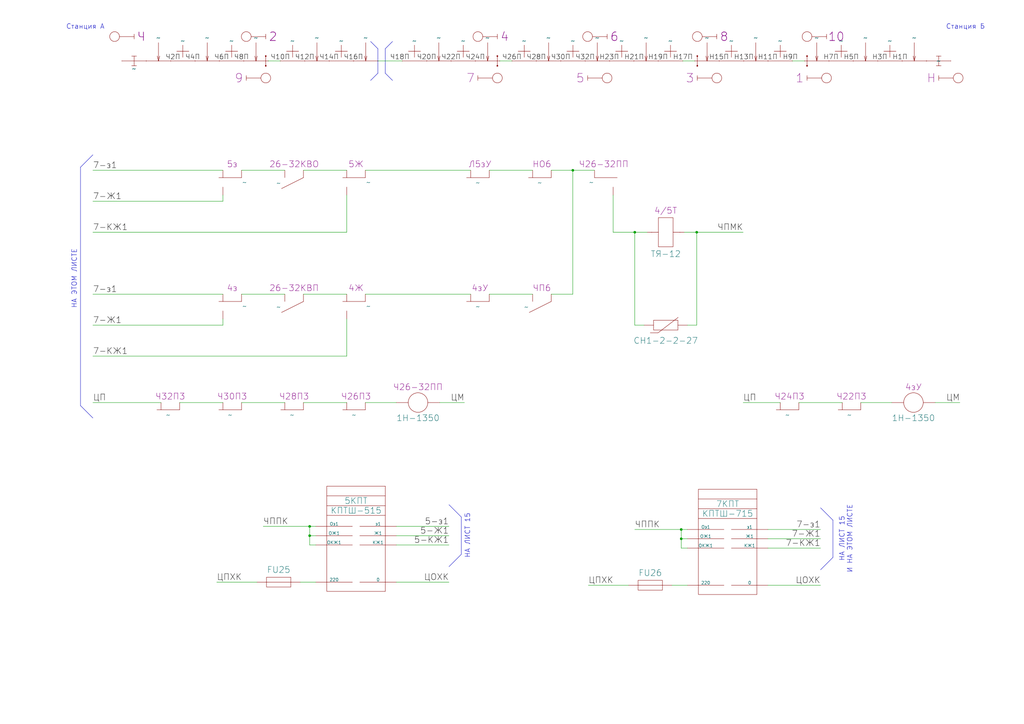
<source format=kicad_sch>
(kicad_sch (version 20231120) (generator "eeschema") (generator_version "8.0")
  (paper "A3")
  (title_block (title "Станция А") (company "МКТ РУТ (МИИТ)") (comment 1 "КП 27.02.03.03.000 ГЧ") (comment 2 "Сафранович") (comment 3 "Бузунова"))
  (lib_symbols
    (symbol "Blocks:КПТШ" (pin_numbers hide) (pin_names (offset 0))
      (property "Reference" "КПТ" (at 0 10.51 0))
      (property "Value" "КПТШ" (at 0 6.51 0))
      (symbol "КПТШ_0_1"
        (rectangle (start -12 16.51) (end 12 -26.67))
        (polyline (pts (xy 12 4.51) (xy -12 4.51)))
        (polyline (pts (xy 12 8.51) (xy -12 8.51)))
        (polyline (pts (xy 12 12.51) (xy -12 12.51)))
      )
      (symbol "КПТШ_1_1"
        (pin bidirectional line (at -16.51 0 0) (length 15) (name "Оз1") (number "11"))
        (pin bidirectional line (at -16.51 -3.81 0) (length 15) (name "ОЖ1") (number "12"))
        (pin bidirectional line (at -16.51 -7.62 0) (length 15) (name "ОКЖ1") (number "13"))
        (pin bidirectional line (at -16.51 -22.86 0) (length 15) (name "220") (number "14"))
        (pin bidirectional line (at 16.51 0 180) (length 15) (name "з1") (number "21"))
        (pin bidirectional line (at 16.51 -3.81 180) (length 15) (name "Ж1") (number "22"))
        (pin bidirectional line (at 16.51 -7.62 180) (length 15) (name "КЖ1") (number "23"))
        (pin bidirectional line (at 16.51 -22.86 180) (length 15) (name "0") (number "24"))
      )
    )
    (symbol "Device_GOST:FU_FUSE" (pin_numbers hide) (pin_names (offset 0) hide)
      (property "Reference" "FU" (at 0 3.81 0))
      (property "Value" "FU_FUSE" (at 0 -3.81 0))
      (symbol "FU_FUSE_0_1"
        (rectangle (start -5.0038 2.0066) (end 5.0038 -2.0066))
        (polyline (pts (xy -5.0038 0) (xy 5.0038 0)))
      )
      (symbol "FU_FUSE_1_1"
        (pin passive line (at -8.89 0 0) (length 3.8862) (name "~") (number "1"))
        (pin passive line (at 8.89 0 180) (length 3.8862) (name "~") (number "2"))
      )
    )
    (symbol "SCB:Изостык" (pin_numbers hide) (pin_names (offset 0) hide)
      (symbol "Изостык_0_1"
        (polyline (pts (xy -1 -2) (xy 1 -2)))
        (polyline (pts (xy 0 -2) (xy 0 2)))
        (polyline (pts (xy 1 2) (xy -1 2)))
      )
      (symbol "Изостык_1_1"
        (unit_name "Одиночный")
        (pin unspecified line (at 0 0 90) (length 0) (name "привязка") (number ""))
      )
      (symbol "Изостык_2_1"
        (unit_name "Со светофором")
        (polyline (pts (xy -5 0) (xy 5 0)))
        (pin unspecified line (at 5 0 180) (length 0) (name "") (number ""))
        (pin unspecified line (at -5 0 0) (length 0) (name "привязка") (number ""))
      )
    )
    (symbol "SCB:Светофор" (pin_numbers hide) (pin_names (offset 0) hide)
      (property "Литера" "?" (at 3 0 0))
      (symbol "Светофор_0_1"
        (circle (center -8 0) (radius 2))
        (polyline (pts (xy 0 -1) (xy 0 1)))
        (polyline (pts (xy 0 0) (xy -6 0)))
      )
    )
    (symbol "SCB:УКСПС" (pin_numbers hide) (pin_names (offset 0) hide)
      (property "Литера" "?УКСПС" (at 0 6 0))
      (symbol "УКСПС_0_1"
        (polyline (pts (xy 0 -2) (xy 0 2)))
      )
      (symbol "УКСПС_1_1"
        (unit_name "Без направления")
        (circle (center 0 -2) (radius 0.25) (fill (type outline)))
        (circle (center 0 2) (radius 0.25) (fill (type outline)))
        (pin unspecified line (at 0 0 90) (length 0) (name "привязка") (number ""))
      )
      (symbol "УКСПС_2_1"
        (unit_name "С направлением")
        (circle (center 0 -2) (radius 0.25) (fill (type outline)))
        (polyline (pts (xy -1.5 2.5) (xy -5.5 2.5)))
        (polyline (pts (xy -5.5 2.5) (xy -4 3) (xy -4 2) (xy -5.5 2.5)) (fill (type outline)))
        (circle (center 0 2) (radius 0.25) (fill (type outline)))
        (pin unspecified line (at 0 0 90) (length 0) (name "привязка") (number ""))
      )
    )
    (symbol "SCB_Relay:Выравниватель" (pin_numbers hide) (pin_names (offset 0) hide)
      (property "Reference" "R" (at 0 3.81 0))
      (property "Value" "ВОЦН" (at 0 -5.715 0))
      (symbol "Выравниватель_0_1"
        (rectangle (start -5.0038 2.0066) (end 5.0038 -2.0066))
        (polyline (pts (xy -6.35 -3.175) (xy -3.175 -3.175) (xy 5.08 3.175)))
      )
      (symbol "Выравниватель_1_1"
        (pin passive line (at -8.89 0 0) (length 3.8862) (name "~") (number "1"))
        (pin passive line (at 8.89 0 180) (length 3.8862) (name "~") (number "2"))
      )
    )
    (symbol "SCB_Relay:Кодовое" (pin_numbers hide) (pin_names (offset 0.002) hide)
      (property "Value" "КДРШ" (at 0 -8.89 0))
      (property "Обозначение реле" "К" (at 0 8.89 0))
      (symbol "Кодовое_0_1"
        (rectangle (start -3 6) (end 3 -6))
      )
      (symbol "Кодовое_1_1"
        (unit_name "Общее")
        (polyline (pts (xy -3 0) (xy -6 0)))
        (polyline (pts (xy 3 0) (xy 6 0)))
        (pin power_in line (at -7.62 0 0) (length 2) (name "") (number "1"))
        (pin power_in line (at 7.62 0 180) (length 2) (name "") (number "4"))
      )
      (symbol "Кодовое_2_1"
        (unit_name "С остаточным намагничиванием")
        (rectangle (start -3 -6) (end 3 -12))
        (polyline (pts (xy -2 -11) (xy -1 -11) (xy 1.5 -7) (xy 2.5 -7)))
        (pin power_in line (at -8 0 0) (length 5) (name "") (number "1"))
        (pin power_in line (at 8 0 180) (length 5) (name "") (number "4"))
      )
      (symbol "Кодовое_3_1"
        (unit_name "С замедлением на срабатывание")
        (rectangle (start -3 -6) (end 3 -12))
        (polyline (pts (xy -3 -6) (xy 3 -12)))
        (polyline (pts (xy 3 -6) (xy -3 -12)))
        (pin power_in line (at -8 0 0) (length 5) (name "") (number "1"))
        (pin power_in line (at 8 0 180) (length 5) (name "") (number "4"))
      )
      (symbol "Кодовое_4_1"
        (unit_name "С замедлением на отпускание")
        (rectangle (start -3 -6) (end 3 -12))
        (polyline (pts (xy 3 -6) (xy -3 -12)))
        (pin power_in line (at -8 0 0) (length 5) (name "") (number "1"))
        (pin power_in line (at 8 0 180) (length 5) (name "") (number "4"))
      )
      (symbol "Кодовое_5_1"
        (unit_name "С замеделением на срабатывание и отпускание")
        (rectangle (start -3 -6) (end 3 -12))
        (polyline (pts (xy -2 -10) (xy -2 -8)))
        (polyline (pts (xy -2 -9) (xy 2 -9)))
        (polyline (pts (xy 2 -10) (xy 2 -8)))
        (pin power_in line (at -8 0 0) (length 5) (name "") (number "1"))
        (pin power_in line (at 8 0 180) (length 5) (name "") (number "4"))
      )
    )
    (symbol "SCB_Relay:Контакт_нейтрального_якоря" (pin_numbers hide) (pin_names hide)
      (property "Обозначение реле" "Н" (at 0 2.54 0))
      (symbol "Контакт_нейтрального_якоря_0_1"
        (polyline (pts (xy -3.81 -3) (xy 5.19 -7.5)))
        (pin bidirectional line (at -3.81 0 270) (length 3) (name "") (number "1"))
      )
      (symbol "Контакт_нейтрального_якоря_1_1"
        (unit_name "Фронтовой-Тыловой")
        (pin bidirectional line (at 3.81 0 270) (length 3) (name "") (number "2"))
        (pin bidirectional line (at 3.81 -10.16 90) (length 3.3) (name "") (number "3"))
      )
      (symbol "Контакт_нейтрального_якоря_2_1"
        (unit_name "Тыловой")
        (pin bidirectional line (at 3.81 -10.16 90) (length 3.3) (name "") (number "3"))
      )
      (symbol "Контакт_нейтрального_якоря_3_1"
        (unit_name "Фронтовой")
        (pin bidirectional line (at 3.81 0 270) (length 3) (name "") (number "2"))
      )
      (symbol "Контакт_нейтрального_якоря_4_1"
        (unit_name "Усиленный перелючающий")
        (polyline (pts (xy 3.81 -10.16) (xy 7.62 -10.16)))
        (polyline (pts (xy 3.81 -8.89) (xy 5.715 -10.16)))
        (polyline (pts (xy 3.81 -6.858) (xy 3.81 -10.16)))
        (polyline (pts (xy 3.81 -1.27) (xy 5.715 0)))
        (polyline (pts (xy 3.81 0) (xy 3.81 -3)))
        (polyline (pts (xy 3.81 0) (xy 7.62 0)))
        (pin bidirectional line (at -3.81 0 270) (length 3) (name "") (number "1"))
        (pin bidirectional line (at 8.89 0 180) (length 2) (name "") (number "2"))
        (pin bidirectional line (at 8.89 -10.16 180) (length 2) (name "") (number "3"))
      )
      (symbol "Контакт_нейтрального_якоря_5_1"
        (unit_name "Усиленный замыкающий")
        (polyline (pts (xy 3.81 -1.27) (xy 5.715 0)))
        (polyline (pts (xy 3.81 0) (xy 3.81 -3)))
        (polyline (pts (xy 3.81 0) (xy 7.62 0)))
        (pin bidirectional line (at 8.89 0 180) (length 2) (name "") (number "2"))
      )
      (symbol "Контакт_нейтрального_якоря_6_1"
        (unit_name "Усиленный размыкающий")
        (polyline (pts (xy 3.81 -8.89) (xy 5.715 -10.16)))
        (polyline (pts (xy 3.81 -6.858) (xy 3.81 -10.16) (xy 6.985 -10.16)))
        (pin bidirectional line (at 8.89 -10.16 180) (length 2) (name "") (number "3"))
      )
      (symbol "Контакт_нейтрального_якоря_7_1"
        (unit_name "С магнитным гашением")
        (polyline (pts (xy 11.43 0) (xy 3.81 0) (xy 3.81 -3)))
        (polyline (pts (xy 3.81 0) (xy 5.5 1) (xy 8.5 -1) (xy 10 0)))
        (pin bidirectional line (at 12.7 0 180) (length 2) (name "") (number "2"))
        (pin bidirectional line (at 3.81 -10.16 90) (length 3.3) (name "") (number "3"))
      )
      (symbol "Контакт_нейтрального_якоря_8_1"
        (unit_name "С безобрывным переключением")
        (arc (start 5.5 -7.5) (mid 6.5355 -5) (end 5.5 -2.5))
        (pin bidirectional line (at 3.81 0 270) (length 3) (name "") (number "2"))
        (pin bidirectional line (at 3.81 -10.16 90) (length 3.3) (name "") (number "3"))
      )
      (symbol "Контакт_нейтрального_якоря_9_1"
        (unit_name "Фронтовой-тыловой термолемента")
        (polyline (pts (xy -3.5 -4.5) (xy -2.5 -5) (xy -2.25 -4.5)))
        (polyline (pts (xy 1.25 -6.5) (xy 1 -7) (xy 2 -7.5)))
        (arc (start 1.25 -6.5) (mid 0.5225 -3.7106) (end -2.25 -4.5))
        (pin bidirectional line (at 3.81 0 270) (length 3) (name "") (number "2"))
        (pin bidirectional line (at 3.81 -10.16 90) (length 3.3) (name "") (number "3"))
      )
      (symbol "Контакт_нейтрального_якоря_10_1"
        (unit_name "Тыловой термолемента")
        (polyline (pts (xy -3.5 -4.5) (xy -2.5 -5) (xy -2.25 -4.5)))
        (polyline (pts (xy 1.25 -6.5) (xy 1 -7) (xy 2 -7.5)))
        (arc (start 1.25 -6.5) (mid 0.5225 -3.7106) (end -2.25 -4.5))
        (pin bidirectional line (at 3.81 -10.16 90) (length 3.3) (name "") (number "3"))
      )
      (symbol "Контакт_нейтрального_якоря_11_1"
        (unit_name "Фронтовой термолемента")
        (polyline (pts (xy -3.5 -4.5) (xy -2.5 -5) (xy -2.25 -4.5)))
        (polyline (pts (xy 1.25 -6.5) (xy 1 -7) (xy 2 -7.5)))
        (arc (start 1.25 -6.5) (mid 0.5225 -3.7106) (end -2.25 -4.5))
        (pin bidirectional line (at 3.81 0 270) (length 3) (name "") (number "2"))
      )
    )
    (symbol "SCB_Relay:Контакт_нейтрального_якоря_НЗ" (pin_numbers hide) (pin_names hide)
      (property "Обозначение реле" "Н" (at 0 2.54 0))
      (symbol "Контакт_нейтрального_якоря_НЗ_0_1"
        (polyline (pts (xy -3.81 -3) (xy 5.5 -3)))
        (pin bidirectional line (at -3.81 0 270) (length 3) (name "") (number "1"))
      )
      (symbol "Контакт_нейтрального_якоря_НЗ_1_1"
        (unit_name "Фронтовой-Тыловой")
        (pin bidirectional line (at 3.81 0 270) (length 3) (name "") (number "2"))
        (pin bidirectional line (at 3.81 -10.16 90) (length 3.3) (name "") (number "3"))
      )
      (symbol "Контакт_нейтрального_якоря_НЗ_2_1"
        (unit_name "Тыловой")
        (pin bidirectional line (at 3.81 -10.16 90) (length 3.3) (name "") (number "3"))
      )
      (symbol "Контакт_нейтрального_якоря_НЗ_3_1"
        (unit_name "Фронтовой")
        (pin bidirectional line (at 3.81 0 270) (length 3) (name "") (number "2"))
      )
      (symbol "Контакт_нейтрального_якоря_НЗ_4_1"
        (unit_name "Усиленный перелючающий")
        (polyline (pts (xy 3.81 -10.16) (xy 7.62 -10.16)))
        (polyline (pts (xy 3.81 -8.89) (xy 5.715 -10.16)))
        (polyline (pts (xy 3.81 -6.858) (xy 3.81 -10.16)))
        (polyline (pts (xy 3.81 -1.27) (xy 5.715 0)))
        (polyline (pts (xy 3.81 0) (xy 3.81 -3)))
        (polyline (pts (xy 3.81 0) (xy 7.62 0)))
        (pin bidirectional line (at -3.81 0 270) (length 3) (name "") (number "1"))
        (pin bidirectional line (at 8.89 0 180) (length 2) (name "") (number "2"))
        (pin bidirectional line (at 8.89 -10.16 180) (length 2) (name "") (number "3"))
      )
      (symbol "Контакт_нейтрального_якоря_НЗ_5_1"
        (unit_name "Усиленный замыкающий")
        (polyline (pts (xy 3.81 -1.27) (xy 5.715 0)))
        (polyline (pts (xy 3.81 0) (xy 3.81 -3)))
        (polyline (pts (xy 3.81 0) (xy 7.62 0)))
        (pin bidirectional line (at 8.89 0 180) (length 2) (name "") (number "2"))
      )
      (symbol "Контакт_нейтрального_якоря_НЗ_6_1"
        (unit_name "Усиленный размыкающий")
        (polyline (pts (xy 3.81 -8.89) (xy 5.715 -10.16)))
        (polyline (pts (xy 3.81 -6.858) (xy 3.81 -10.16) (xy 6.985 -10.16)))
        (pin bidirectional line (at 8.89 -10.16 180) (length 2) (name "") (number "3"))
      )
      (symbol "Контакт_нейтрального_якоря_НЗ_7_1"
        (unit_name "С магнитным гашением")
        (polyline (pts (xy 11.43 0) (xy 3.81 0) (xy 3.81 -3)))
        (polyline (pts (xy 3.81 0) (xy 5.5 1) (xy 8.5 -1) (xy 10 0)))
        (pin bidirectional line (at 12.7 0 180) (length 2) (name "") (number "2"))
        (pin bidirectional line (at 3.81 -10.16 90) (length 3.3) (name "") (number "3"))
      )
      (symbol "Контакт_нейтрального_якоря_НЗ_8_1"
        (unit_name "С безобрывным переключением")
        (arc (start 5.5 -7.5) (mid 6.5355 -5) (end 5.5 -2.5))
        (pin bidirectional line (at 3.81 0 270) (length 3) (name "") (number "2"))
        (pin bidirectional line (at 3.81 -10.16 90) (length 3.3) (name "") (number "3"))
      )
    )
    (symbol "SCB_Relay:Нейтральное" (pin_numbers hide) (pin_names (offset 0.002) hide)
      (property "Value" "НМШ" (at 0 -6.35 0))
      (property "Обозначение реле" "Н" (at 0 6.35 0))
      (symbol "Нейтральное_0_1"
        (circle (center 0 0) (radius 4))
      )
      (symbol "Нейтральное_1_1"
        (unit_name "Общее")
        (pin power_in line (at -8.89 0 0) (length 4.8) (name "") (number "1"))
        (pin power_in line (at 8.89 0 180) (length 4.8) (name "") (number "4"))
      )
      (symbol "Нейтральное_2_1"
        (unit_name "С раздельными")
        (pin power_in line (at -8.89 0 0) (length 4.8) (name "") (number "1"))
        (pin power_in line (at -8.89 -1.905 0) (length 5.3) (name "") (number "2"))
        (pin power_in line (at 8.89 0 180) (length 4.8) (name "") (number "3"))
        (pin power_in line (at 8.89 -1.905 180) (length 5.3) (name "") (number "4"))
      )
    )
    (symbol "SCB_АБТЦ:Генератор_Нитки"
      (symbol "Генератор_Нитки_0_1"
        (polyline (pts (xy 0 0) (xy -0.5 -2)))
        (polyline (pts (xy 0 0) (xy 0 -7.5)))
        (polyline (pts (xy 0 0) (xy 0.5 -2)))
        (polyline (pts (xy 5 0) (xy -5 0)))
      )
      (symbol "Генератор_Нитки_1_1"
        (pin unspecified line (at -5 0 0) (length 0) (name "") (number ""))
        (pin unspecified line (at 5 0 180) (length 0) (name "") (number ""))
      )
    )
    (symbol "SCB_АБТЦ:Приемник_Нитки"
      (symbol "Приемник_Нитки_0_1"
        (polyline (pts (xy -5 0) (xy 5 0)))
        (polyline (pts (xy 0 -1.5) (xy 0 -6.5)))
        (polyline (pts (xy 2.5 -4) (xy -2.5 -4)))
      )
      (symbol "Приемник_Нитки_1_1"
        (pin unspecified line (at -5 0 0) (length 0) (name "") (number ""))
        (pin unspecified line (at 5 0 180) (length 0) (name "") (number ""))
      )
    )
  )
  (junction (at 285.75 95.25))
  (junction (at 260.35 95.25))
  (junction (at 127 215.9))
  (junction (at 279.4 220.98))
  (junction (at 234.95 69.85))
  (junction (at 279.4 217.17))
  (junction (at 127 219.71))
  (wire (pts (xy 38.1 146.05) (xy 142.24 146.05)))
  (wire (pts (xy 88.9 238.76) (xy 105.41 238.76)))
  (wire (pts (xy 127 219.71) (xy 129.54 219.71)))
  (wire (pts (xy 162.56 223.52) (xy 184.15 223.52)))
  (wire (pts (xy 275.59 240.03) (xy 281.94 240.03)))
  (wire (pts (xy 251.46 95.25) (xy 251.46 80.01)))
  (polyline (pts (xy 152 33) (xy 155 30)))
  (wire (pts (xy 162.56 215.9) (xy 184.15 215.9)))
  (wire (pts (xy 205 25) (xy 210 25)))
  (wire (pts (xy 304.8 165.1) (xy 320.04 165.1)))
  (wire (pts (xy 314.96 240.03) (xy 336.55 240.03)))
  (wire (pts (xy 327.66 165.1) (xy 345.44 165.1)))
  (wire (pts (xy 260.35 95.25) (xy 265.43 95.25)))
  (polyline (pts (xy 158 20) (xy 158 30)))
  (polyline (pts (xy 161 17) (xy 158 20)))
  (wire (pts (xy 38.1 82.55) (xy 91.44 82.55)))
  (polyline (pts (xy 336.55 233.68) (xy 341.63 228.6)))
  (wire (pts (xy 234.95 69.85) (xy 234.95 120.65)))
  (wire (pts (xy 264.16 133.35) (xy 260.35 133.35)))
  (wire (pts (xy 279.4 220.98) (xy 281.94 220.98)))
  (wire (pts (xy 285.75 95.25) (xy 304.8 95.25)))
  (wire (pts (xy 38.1 120.65) (xy 91.44 120.65)))
  (wire (pts (xy 149.86 165.1) (xy 162.56 165.1)))
  (wire (pts (xy 110 25) (xy 115 25)))
  (wire (pts (xy 142.24 130.81) (xy 142.24 146.05)))
  (wire (pts (xy 149.86 120.65) (xy 193.04 120.65)))
  (wire (pts (xy 279.4 217.17) (xy 281.94 217.17)))
  (wire (pts (xy 260.35 133.35) (xy 260.35 95.25)))
  (wire (pts (xy 155 25) (xy 165 25)))
  (polyline (pts (xy 341.63 213.36) (xy 336.55 208.28)))
  (wire (pts (xy 251.46 95.25) (xy 260.35 95.25)))
  (wire (pts (xy 260.35 217.17) (xy 279.4 217.17)))
  (wire (pts (xy 226.06 120.65) (xy 234.95 120.65)))
  (wire (pts (xy 38.1 69.85) (xy 91.44 69.85)))
  (polyline (pts (xy 158 30) (xy 161 33)))
  (wire (pts (xy 91.44 130.81) (xy 91.44 133.35)))
  (polyline (pts (xy 152 17) (xy 155 20)))
  (wire (pts (xy 107.95 215.9) (xy 127 215.9)))
  (wire (pts (xy 241.3 240.03) (xy 257.81 240.03)))
  (wire (pts (xy 124.46 165.1) (xy 142.24 165.1)))
  (wire (pts (xy 234.95 69.85) (xy 243.84 69.85)))
  (wire (pts (xy 123.19 238.76) (xy 129.54 238.76)))
  (wire (pts (xy 279.4 224.79) (xy 279.4 220.98)))
  (wire (pts (xy 314.96 224.79) (xy 336.55 224.79)))
  (wire (pts (xy 279.4 220.98) (xy 279.4 217.17)))
  (wire (pts (xy 38.1 133.35) (xy 91.44 133.35)))
  (wire (pts (xy 393.7 165.1) (xy 383.54 165.1)))
  (wire (pts (xy 38.1 165.1) (xy 66.04 165.1)))
  (wire (pts (xy 73.66 165.1) (xy 91.44 165.1)))
  (wire (pts (xy 226.06 69.85) (xy 234.95 69.85)))
  (wire (pts (xy 325 25) (xy 330 25)))
  (polyline (pts (xy 189.23 212.09) (xy 184.15 207.01)))
  (wire (pts (xy 353.06 165.1) (xy 365.76 165.1)))
  (wire (pts (xy 127 223.52) (xy 127 219.71)))
  (wire (pts (xy 142.24 80.01) (xy 142.24 95.25)))
  (wire (pts (xy 38.1 95.25) (xy 142.24 95.25)))
  (wire (pts (xy 127 219.71) (xy 127 215.9)))
  (wire (pts (xy 99.06 69.85) (xy 116.84 69.85)))
  (polyline (pts (xy 38.1 171.45) (xy 33.02 166.37)))
  (wire (pts (xy 162.56 219.71) (xy 184.15 219.71)))
  (wire (pts (xy 124.46 120.65) (xy 142.24 120.65)))
  (wire (pts (xy 281.94 133.35) (xy 285.75 133.35)))
  (wire (pts (xy 281.94 224.79) (xy 279.4 224.79)))
  (wire (pts (xy 200.66 69.85) (xy 218.44 69.85)))
  (wire (pts (xy 99.06 120.65) (xy 116.84 120.65)))
  (polyline (pts (xy 33.02 68.58) (xy 38.1 63.5)))
  (wire (pts (xy 91.44 80.01) (xy 91.44 82.55)))
  (polyline (pts (xy 33.02 166.37) (xy 33.02 68.58)))
  (polyline (pts (xy 184.15 232.41) (xy 189.23 227.33)))
  (wire (pts (xy 285.75 133.35) (xy 285.75 95.25)))
  (wire (pts (xy 129.54 223.52) (xy 127 223.52)))
  (wire (pts (xy 124.46 69.85) (xy 142.24 69.85)))
  (wire (pts (xy 285.75 95.25) (xy 280.67 95.25)))
  (wire (pts (xy 200.66 120.65) (xy 218.44 120.65)))
  (wire (pts (xy 149.86 69.85) (xy 193.04 69.85)))
  (wire (pts (xy 314.96 217.17) (xy 336.55 217.17)))
  (polyline (pts (xy 341.63 228.6) (xy 341.63 213.36)))
  (wire (pts (xy 314.96 220.98) (xy 336.55 220.98)))
  (wire (pts (xy 190.5 165.1) (xy 180.34 165.1)))
  (polyline (pts (xy 155 20) (xy 155 30)))
  (polyline (pts (xy 189.23 227.33) (xy 189.23 212.09)))
  (wire (pts (xy 162.56 238.76) (xy 184.15 238.76)))
  (wire (pts (xy 280 25) (xy 285 25)))
  (wire (pts (xy 99.06 165.1) (xy 116.84 165.1)))
  (wire (pts (xy 127 215.9) (xy 129.54 215.9)))
  (text "НА ЛИСТ 15" (at 191.77 219.71 90) (effects (font (size 2 2))))
  (text "НА ЛИСТ 15\nИ НА ЭТОМ ЛИСТЕ" (at 344.17 220.98 90) (effects (font (size 2 2)) (justify top)))
  (text "НА ЭТОМ ЛИСТЕ" (at 30.48 114.3 90) (effects (font (size 2 2))))
  (text "Станция Б" (at 396 11 0) (effects (font (size 2 2))))
  (text "Станция А" (at 35 11 0) (effects (font (size 2 2))))
  (label "ЦП" (at 38.1 165.1 0) (effects (font (size 2.5 2.5))) (property "Netclass" "Цепь" (effects (hide yes))))
  (label "7-з1" (at 38.1 120.65 0) (effects (font (size 2.5 2.5))) (property "Netclass" "Цепь" (effects (hide yes))))
  (label "ЦМ" (at 190.5 165.1 180) (effects (font (size 2.5 2.5))) (property "Netclass" "Цепь" (effects (hide yes))))
  (label "Н9П" (at 321 25 0) (effects (font (size 2 2))) (property "Netclass" "Рельсы" (effects (hide yes))))
  (label "Н21П" (at 256 25 0) (effects (font (size 2 2))) (property "Netclass" "Рельсы" (effects (hide yes))))
  (label "Н11П" (at 319 25 180) (effects (font (size 2 2))) (property "Netclass" "Рельсы" (effects (hide yes))))
  (label "Н19П" (at 274 25 180) (effects (font (size 2 2))) (property "Netclass" "Рельсы" (effects (hide yes))))
  (label "7-Ж1" (at 336.55 220.98 180) (effects (font (size 2.5 2.5))) (property "Netclass" "Цепь" (effects (hide yes))))
  (label "Ч12П" (at 121 25 0) (effects (font (size 2 2))) (property "Netclass" "Рельсы" (effects (hide yes))))
  (label "Ч14П" (at 139 25 180) (effects (font (size 2 2))) (property "Netclass" "Рельсы" (effects (hide yes))))
  (label "7-КЖ1" (at 38.1 146.05 0) (effects (font (size 2.5 2.5))) (property "Netclass" "Цепь" (effects (hide yes))))
  (label "Н1П" (at 366 25 0) (effects (font (size 2 2))) (property "Netclass" "Рельсы" (effects (hide yes))))
  (label "Ч6П" (at 94 25 180) (effects (font (size 2 2))) (property "Netclass" "Рельсы" (effects (hide yes))))
  (label "Ч10П" (at 119 25 180) (effects (font (size 2 2))) (property "Netclass" "Рельсы" (effects (hide yes))))
  (label "Ч18П" (at 168 25 180) (effects (font (size 2 2))) (property "Netclass" "Рельсы" (effects (hide yes))))
  (label "Ч30П" (at 234 25 180) (effects (font (size 2 2))) (property "Netclass" "Рельсы" (effects (hide yes))))
  (label "Ч8П" (at 96 25 0) (effects (font (size 2 2))) (property "Netclass" "Рельсы" (effects (hide yes))))
  (label "Ч26П" (at 214 25 180) (effects (font (size 2 2))) (property "Netclass" "Рельсы" (effects (hide yes))))
  (label "ЦПХК" (at 88.9 238.76 0) (effects (font (size 2.5 2.5))) (property "Netclass" "Цепь" (effects (hide yes))))
  (label "Ч16П" (at 141 25 0) (effects (font (size 2 2))) (property "Netclass" "Рельсы" (effects (hide yes))))
  (label "5-КЖ1" (at 184.15 223.52 180) (effects (font (size 2.5 2.5))) (property "Netclass" "Цепь" (effects (hide yes))))
  (label "ЧПМК" (at 304.8 95.25 180) (effects (font (size 2.5 2.5))) (property "Netclass" "Цепь" (effects (hide yes))))
  (label "Ч2П" (at 74 25 180) (effects (font (size 2 2))) (property "Netclass" "Рельсы" (effects (hide yes))))
  (label "Н15П" (at 299 25 180) (effects (font (size 2 2))) (property "Netclass" "Рельсы" (effects (hide yes))))
  (label "Ч4П" (at 76 25 0) (effects (font (size 2 2))) (property "Netclass" "Рельсы" (effects (hide yes))))
  (label "ЦОХК" (at 184.15 238.76 180) (effects (font (size 2.5 2.5))) (property "Netclass" "Цепь" (effects (hide yes))))
  (label "ЧППК" (at 260.35 217.17 0) (effects (font (size 2.5 2.5))) (property "Netclass" "Цепь" (effects (hide yes))))
  (label "7-Ж1" (at 38.1 133.35 0) (effects (font (size 2.5 2.5))) (property "Netclass" "Цепь" (effects (hide yes))))
  (label "Ч22П" (at 189 25 180) (effects (font (size 2 2))) (property "Netclass" "Рельсы" (effects (hide yes))))
  (label "Н17П" (at 276 25 0) (effects (font (size 2 2))) (property "Netclass" "Рельсы" (effects (hide yes))))
  (label "ЧППК" (at 107.95 215.9 0) (effects (font (size 2.5 2.5))) (property "Netclass" "Цепь" (effects (hide yes))))
  (label "ЦМ" (at 393.7 165.1 180) (effects (font (size 2.5 2.5))) (property "Netclass" "Цепь" (effects (hide yes))))
  (label "7-з1" (at 38.1 69.85 0) (effects (font (size 2.5 2.5))) (property "Netclass" "Цепь" (effects (hide yes))))
  (label "5-з1" (at 184.15 215.9 180) (effects (font (size 2.5 2.5))) (property "Netclass" "Цепь" (effects (hide yes))))
  (label "Ч24П" (at 191 25 0) (effects (font (size 2 2))) (property "Netclass" "Рельсы" (effects (hide yes))))
  (label "Ч28П" (at 216 25 0) (effects (font (size 2 2))) (property "Netclass" "Рельсы" (effects (hide yes))))
  (label "Н3П" (at 364 25 180) (effects (font (size 2 2))) (property "Netclass" "Рельсы" (effects (hide yes))))
  (label "Ч32П" (at 236 25 0) (effects (font (size 2 2))) (property "Netclass" "Рельсы" (effects (hide yes))))
  (label "7-КЖ1" (at 336.55 224.79 180) (effects (font (size 2.5 2.5))) (property "Netclass" "Цепь" (effects (hide yes))))
  (label "Ч20П" (at 171 25 0) (effects (font (size 2 2))) (property "Netclass" "Рельсы" (effects (hide yes))))
  (label "7-Ж1" (at 38.1 82.55 0) (effects (font (size 2.5 2.5))) (property "Netclass" "Цепь" (effects (hide yes))))
  (label "7-з1" (at 336.55 217.17 180) (effects (font (size 2.5 2.5))) (property "Netclass" "Цепь" (effects (hide yes))))
  (label "Н13П" (at 301 25 0) (effects (font (size 2 2))) (property "Netclass" "Рельсы" (effects (hide yes))))
  (label "Н23П" (at 254 25 180) (effects (font (size 2 2))) (property "Netclass" "Рельсы" (effects (hide yes))))
  (label "ЦП" (at 304.8 165.1 0) (effects (font (size 2.5 2.5))) (property "Netclass" "Цепь" (effects (hide yes))))
  (label "ЦОХК" (at 336.55 240.03 180) (effects (font (size 2.5 2.5))) (property "Netclass" "Цепь" (effects (hide yes))))
  (label "Н7П" (at 344 25 180) (effects (font (size 2 2))) (property "Netclass" "Рельсы" (effects (hide yes))))
  (label "5-Ж1" (at 184.15 219.71 180) (effects (font (size 2.5 2.5))) (property "Netclass" "Цепь" (effects (hide yes))))
  (label "ЦПХК" (at 241.3 240.03 0) (effects (font (size 2.5 2.5))) (property "Netclass" "Цепь" (effects (hide yes))))
  (label "7-КЖ1" (at 38.1 95.25 0) (effects (font (size 2.5 2.5))) (property "Netclass" "Цепь" (effects (hide yes))))
  (label "Н5П" (at 346 25 0) (effects (font (size 2 2))) (property "Netclass" "Рельсы" (effects (hide yes))))
  (symbol (lib_id "SCB_Relay:Контакт_нейтрального_якоря_НЗ") (at 69.85 165.1 0) (mirror y) (unit 3)
    (property "Reference" "Н11122111" (effects (hide yes)))
    (property "Value" "~" (at 69.005 170.18 0) (effects (font (size 2.5 2.5))))
    (property "Обозначение реле" "Ч32П3" (at 69.85 162.56 0) (effects (font (size 2.5 2.5))))
  )
  (symbol (lib_name "SCB_АБТЦ:Генератор_Нитки") (lib_id "SCB_АБТЦ:Генератор_Нитки") (at 225 25 180) (unit 1)
    (property "Reference" "Генератор11111131" (effects (hide yes)))
    (property "Value" "~" (at 225 15.48 0) (effects (font (size 2.5 2.5))))
  )
  (symbol (lib_name "SCB_Relay:Контакт_нейтрального_якоря_НЗ") (lib_id "SCB_Relay:Контакт_нейтрального_якоря_НЗ") (at 196.85 120.65 0) (mirror y) (unit 3)
    (property "Reference" "Н11131" (effects (hide yes)))
    (property "Value" "~" (at 196.005 125.73 0) (effects (font (size 2.5 2.5))))
    (property "Обозначение реле" "4зУ" (at 196.85 118.11 0) (effects (font (size 2.5 2.5))))
  )
  (symbol (lib_name "SCB_АБТЦ:Приемник_Нитки") (lib_id "SCB_АБТЦ:Приемник_Нитки") (at 365 25 180) (unit 1)
    (property "Reference" "Приемник11111101" (effects (hide yes)))
    (property "Value" "~" (at 365 16.75 0) (effects (font (size 2.5 2.5))))
  )
  (symbol (lib_name "SCB_АБТЦ:Приемник_Нитки") (lib_id "SCB_АБТЦ:Приемник_Нитки") (at 190 25 180) (unit 1)
    (property "Reference" "Приемник11111121" (effects (hide yes)))
    (property "Value" "~" (at 190 16.75 0) (effects (font (size 2.5 2.5))))
  )
  (symbol (lib_name "SCB_АБТЦ:Генератор_Нитки") (lib_id "SCB_АБТЦ:Генератор_Нитки") (at 245 25 180) (unit 1)
    (property "Reference" "Генератор11111141" (effects (hide yes)))
    (property "Value" "~" (at 245 15.48 0) (effects (font (size 2.5 2.5))))
  )
  (symbol (lib_name "SCB_Relay:Контакт_нейтрального_якоря_НЗ") (lib_id "SCB_Relay:Контакт_нейтрального_якоря_НЗ") (at 146.05 120.65 0) (mirror y) (unit 1)
    (property "Reference" "Н1131" (effects (hide yes)))
    (property "Value" "~" (at 151.13 125.58 0) (effects (font (size 2.5 2.5))))
    (property "Обозначение реле" "4Ж" (at 146.05 118.11 0) (effects (font (size 2.5 2.5))))
  )
  (symbol (lib_name "SCB_Relay:Контакт_нейтрального_якоря_НЗ") (lib_id "SCB_Relay:Контакт_нейтрального_якоря_НЗ") (at 196.85 69.85 0) (mirror y) (unit 3)
    (property "Reference" "Н1113" (effects (hide yes)))
    (property "Value" "~" (at 196.005 74.93 0) (effects (font (size 2.5 2.5))))
    (property "Обозначение реле" "Л5зУ" (at 196.85 67.31 0) (effects (font (size 2.5 2.5))))
  )
  (symbol (lib_name "SCB_Relay:Контакт_нейтрального_якоря_НЗ") (lib_id "SCB_Relay:Контакт_нейтрального_якоря_НЗ") (at 95.25 120.65 0) (mirror y) (unit 1)
    (property "Reference" "Н111" (effects (hide yes)))
    (property "Value" "~" (at 100.33 125.58 0) (effects (font (size 2.5 2.5))))
    (property "Обозначение реле" "4з" (at 95.25 118.11 0) (effects (font (size 2.5 2.5))))
  )
  (symbol (lib_id "SCB_Relay:Нейтральное") (at 374.65 165.1 0) (mirror y) (unit 1)
    (property "Reference" "Н11141111" (effects (hide yes)))
    (property "Value" "1Н-1350" (at 374.65 171.45 0) (effects (font (size 2.5 2.5))))
    (property "Обозначение реле" "4зУ" (at 374.65 158.75 0) (effects (font (size 2.5 2.5))))
  )
  (symbol (lib_name "SCB_АБТЦ:Приемник_Нитки") (lib_id "SCB_АБТЦ:Приемник_Нитки") (at 95 25 180) (unit 1)
    (property "Reference" "Приемник11121" (effects (hide yes)))
    (property "Value" "~" (at 95 16.75 0) (effects (font (size 2.5 2.5))))
  )
  (symbol (lib_name "SCB_АБТЦ:Генератор_Нитки") (lib_id "SCB_АБТЦ:Генератор_Нитки") (at 105 25 180) (unit 1)
    (property "Reference" "Генератор1111121" (effects (hide yes)))
    (property "Value" "~" (at 105 15.48 0) (effects (font (size 2.5 2.5))))
  )
  (symbol (lib_name "SCB_Relay:Контакт_нейтрального_якоря_НЗ") (lib_id "SCB_Relay:Контакт_нейтрального_якоря_НЗ") (at 95.25 69.85 0) (mirror y) (unit 1)
    (property "Reference" "Н11" (effects (hide yes)))
    (property "Value" "~" (at 100.33 74.78 0) (effects (font (size 2.5 2.5))))
    (property "Обозначение реле" "5з" (at 95.25 67.31 0) (effects (font (size 2.5 2.5))))
  )
  (symbol (lib_id "SCB:УКСПС") (at 331 25 0) (unit 1)
    (property "Reference" "УКСПС131" (effects (hide yes)))
    (property "Литера" "?УКСПС" (effects (hide yes)))
  )
  (symbol (lib_id "SCB:Светофор") (at 385 32 180) (unit 1)
    (property "Reference" "Светофор1131" (effects (hide yes)))
    (property "Литера" "Н" (at 382 32 0) (effects (font (size 3.5 3.5))))
  )
  (symbol (lib_id "SCB_Relay:Контакт_нейтрального_якоря") (at 222.25 120.65 0) (mirror y) (unit 3)
    (property "Reference" "Н1211" (effects (hide yes)))
    (property "Value" "~" (at 215.9 125.9 0) (effects (font (size 2.5 2.5))))
    (property "Обозначение реле" "ЧП6" (at 222.25 118.11 0) (effects (font (size 2.5 2.5))))
  )
  (symbol (lib_name "SCB_АБТЦ:Приемник_Нитки") (lib_id "SCB_АБТЦ:Приемник_Нитки") (at 75 25 180) (unit 1)
    (property "Reference" "Приемник11111" (effects (hide yes)))
    (property "Value" "~" (at 75 16.75 0) (effects (font (size 2.5 2.5))))
  )
  (symbol (lib_name "SCB_АБТЦ:Приемник_Нитки") (lib_id "SCB_АБТЦ:Приемник_Нитки") (at 345 25 180) (unit 1)
    (property "Reference" "Приемник1111191" (effects (hide yes)))
    (property "Value" "~" (at 345 16.75 0) (effects (font (size 2.5 2.5))))
  )
  (symbol (lib_name "SCB_АБТЦ:Приемник_Нитки") (lib_id "SCB_АБТЦ:Приемник_Нитки") (at 170 25 180) (unit 1)
    (property "Reference" "Приемник1111121" (effects (hide yes)))
    (property "Value" "~" (at 170 16.75 0) (effects (font (size 2.5 2.5))))
  )
  (symbol (lib_name "SCB_АБТЦ:Генератор_Нитки") (lib_id "SCB_АБТЦ:Генератор_Нитки") (at 200 25 180) (unit 1)
    (property "Reference" "Генератор11111121" (effects (hide yes)))
    (property "Value" "~" (at 200 15.48 0) (effects (font (size 2.5 2.5))))
  )
  (symbol (lib_name "SCB_АБТЦ:Генератор_Нитки") (lib_id "SCB_АБТЦ:Генератор_Нитки") (at 130 25 180) (unit 1)
    (property "Reference" "Генератор111111111" (effects (hide yes)))
    (property "Value" "~" (at 130 15.48 0) (effects (font (size 2.5 2.5))))
  )
  (symbol (lib_name "SCB_Relay:Контакт_нейтрального_якоря_НЗ") (lib_id "SCB_Relay:Контакт_нейтрального_якоря_НЗ") (at 146.05 165.1 0) (mirror y) (unit 3)
    (property "Reference" "Н1112211" (effects (hide yes)))
    (property "Value" "~" (at 145.205 170.18 0) (effects (font (size 2.5 2.5))))
    (property "Обозначение реле" "Ч26П3" (at 146.05 162.56 0) (effects (font (size 2.5 2.5))))
  )
  (symbol (lib_name "SCB_АБТЦ:Генератор_Нитки") (lib_id "SCB_АБТЦ:Генератор_Нитки") (at 310 25 180) (unit 1)
    (property "Reference" "Генератор11111171" (effects (hide yes)))
    (property "Value" "~" (at 310 15.48 0) (effects (font (size 2.5 2.5))))
  )
  (symbol (lib_name "SCB:Изостык") (lib_id "SCB:Изостык") (at 385 25 180) (unit 2)
    (property "Reference" "И1111" (effects (hide yes)))
    (property "Value" "~" (at 385 25 0) (effects (font (size 2.5 2.5))))
  )
  (symbol (lib_id "SCB:УКСПС") (at 204 25 0) (unit 1)
    (property "Reference" "УКСПС111" (effects (hide yes)))
    (property "Литера" "?УКСПС" (effects (hide yes)))
  )
  (symbol (lib_id "SCB:УКСПС") (at 109 25 0) (unit 1)
    (property "Reference" "УКСПС111" (effects (hide yes)))
    (property "Литера" "?УКСПС" (effects (hide yes)))
  )
  (symbol (lib_name "SCB_АБТЦ:Приемник_Нитки") (lib_id "SCB_АБТЦ:Приемник_Нитки") (at 255 25 180) (unit 1)
    (property "Reference" "Приемник1111151" (effects (hide yes)))
    (property "Value" "~" (at 255 16.75 0) (effects (font (size 2.5 2.5))))
  )
  (symbol (lib_id "SCB:Светофор") (at 286 32 180) (unit 1)
    (property "Reference" "Светофор11131" (effects (hide yes)))
    (property "Литера" "3" (at 283 32 0) (effects (font (size 3.5 3.5))))
  )
  (symbol (lib_name "SCB_АБТЦ:Приемник_Нитки") (lib_id "SCB_АБТЦ:Приемник_Нитки") (at 140 25 180) (unit 1)
    (property "Reference" "Приемник11111111" (effects (hide yes)))
    (property "Value" "~" (at 140 16.75 0) (effects (font (size 2.5 2.5))))
  )
  (symbol (lib_id "Blocks:КПТШ") (at 298.45 217.17 0) (unit 1)
    (property "Reference" "7КПТ" (at 298.45 206.66 0) (effects (font (size 2.5 2.5))))
    (property "Value" "КПТШ-715" (at 298.45 210.66 0) (effects (font (size 2.5 2.5))))
  )
  (symbol (lib_name "SCB_АБТЦ:Генератор_Нитки") (lib_id "SCB_АБТЦ:Генератор_Нитки") (at 180 25 180) (unit 1)
    (property "Reference" "Генератор111111121" (effects (hide yes)))
    (property "Value" "~" (at 180 15.48 0) (effects (font (size 2.5 2.5))))
  )
  (symbol (lib_id "Device_GOST:FU_FUSE") (at 114.3 238.76 0) (unit 1)
    (property "Reference" "FU25" (at 114.3 233.68 0) (effects (font (size 2.5 2.5))))
    (property "Value" "FU_FUSE" (effects (hide yes)))
  )
  (symbol (lib_id "SCB:Светофор") (at 204 15 0) (unit 1)
    (property "Reference" "Светофор1121" (effects (hide yes)))
    (property "Литера" "4" (at 207 15 0) (effects (font (size 3.5 3.5))))
  )
  (symbol (lib_name "SCB_Relay:Контакт_нейтрального_якоря_НЗ") (lib_id "SCB_Relay:Контакт_нейтрального_якоря_НЗ") (at 247.65 69.85 0) (unit 2)
    (property "Reference" "Н1113" (effects (hide yes)))
    (property "Value" "~" (at 242.57 74.78 0) (effects (font (size 2.5 2.5))))
    (property "Обозначение реле" "Ч26-32ПП" (at 247.65 67.31 0) (effects (font (size 2.5 2.5))))
  )
  (symbol (lib_id "SCB_Relay:Нейтральное") (at 171.45 165.1 0) (mirror y) (unit 1)
    (property "Reference" "Н111411" (effects (hide yes)))
    (property "Value" "1Н-1350" (at 171.45 171.45 0) (effects (font (size 2.5 2.5))))
    (property "Обозначение реле" "Ч26-32ПП" (at 171.45 158.75 0) (effects (font (size 2.5 2.5))))
  )
  (symbol (lib_name "SCB_АБТЦ:Генератор_Нитки") (lib_id "SCB_АБТЦ:Генератор_Нитки") (at 85 25 180) (unit 1)
    (property "Reference" "Генератор1111111" (effects (hide yes)))
    (property "Value" "~" (at 85 15.48 0) (effects (font (size 2.5 2.5))))
  )
  (symbol (lib_name "SCB_Relay:Контакт_нейтрального_якоря_НЗ") (lib_id "SCB_Relay:Контакт_нейтрального_якоря_НЗ") (at 146.05 69.85 0) (mirror y) (unit 1)
    (property "Reference" "Н113" (effects (hide yes)))
    (property "Value" "~" (at 151.13 74.78 0) (effects (font (size 2.5 2.5))))
    (property "Обозначение реле" "5Ж" (at 146.05 67.31 0) (effects (font (size 2.5 2.5))))
  )
  (symbol (lib_name "SCB_АБТЦ:Генератор_Нитки") (lib_id "SCB_АБТЦ:Генератор_Нитки") (at 355 25 180) (unit 1)
    (property "Reference" "Генератор11111191" (effects (hide yes)))
    (property "Value" "~" (at 355 15.48 0) (effects (font (size 2.5 2.5))))
  )
  (symbol (lib_id "SCB:УКСПС") (at 286 25 0) (unit 1)
    (property "Reference" "УКСПС121" (effects (hide yes)))
    (property "Литера" "?УКСПС" (effects (hide yes)))
  )
  (symbol (lib_id "SCB:Светофор") (at 249 15 0) (unit 1)
    (property "Reference" "Светофор11121" (effects (hide yes)))
    (property "Литера" "6" (at 252 15 0) (effects (font (size 3.5 3.5))))
  )
  (symbol (lib_name "SCB_АБТЦ:Генератор_Нитки") (lib_id "SCB_АБТЦ:Генератор_Нитки") (at 150 25 180) (unit 1)
    (property "Reference" "Генератор11111111" (effects (hide yes)))
    (property "Value" "~" (at 150 15.48 0) (effects (font (size 2.5 2.5))))
  )
  (symbol (lib_name "SCB_АБТЦ:Приемник_Нитки") (lib_id "SCB_АБТЦ:Приемник_Нитки") (at 300 25 180) (unit 1)
    (property "Reference" "Приемник1111171" (effects (hide yes)))
    (property "Value" "~" (at 300 16.75 0) (effects (font (size 2.5 2.5))))
  )
  (symbol (lib_name "SCB_Relay:Контакт_нейтрального_якоря_НЗ") (lib_id "SCB_Relay:Контакт_нейтрального_якоря_НЗ") (at 95.25 165.1 0) (mirror y) (unit 3)
    (property "Reference" "Н11122112" (effects (hide yes)))
    (property "Value" "~" (at 94.405 170.18 0) (effects (font (size 2.5 2.5))))
    (property "Обозначение реле" "Ч30П3" (at 95.25 162.56 0) (effects (font (size 2.5 2.5))))
  )
  (symbol (lib_id "SCB:Светофор") (at 101 32 180) (unit 1)
    (property "Reference" "Светофор121" (effects (hide yes)))
    (property "Литера" "9" (at 98 32 0) (effects (font (size 3.5 3.5))))
  )
  (symbol (lib_id "Device_GOST:FU_FUSE") (at 266.7 240.03 0) (unit 1)
    (property "Reference" "FU26" (at 266.7 234.95 0) (effects (font (size 2.5 2.5))))
    (property "Value" "FU_FUSE" (effects (hide yes)))
  )
  (symbol (lib_id "SCB:Светофор") (at 331 32 180) (unit 1)
    (property "Reference" "Светофор1211" (effects (hide yes)))
    (property "Литера" "1" (at 328 32 0) (effects (font (size 3.5 3.5))))
  )
  (symbol (lib_name "SCB_Relay:Контакт_нейтрального_якоря") (lib_id "SCB_Relay:Контакт_нейтрального_якоря") (at 120.65 69.85 0) (mirror y) (unit 3)
    (property "Reference" "Н12" (effects (hide yes)))
    (property "Value" "~" (at 114.3 75.1 0) (effects (font (size 2.5 2.5))))
    (property "Обозначение реле" "26-32КВО" (at 120.65 67.31 0) (effects (font (size 2.5 2.5))))
  )
  (symbol (lib_id "SCB_Relay:Кодовое") (at 273.05 95.25 0) (unit 1)
    (property "Reference" "К11" (effects (hide yes)))
    (property "Value" "ТЯ-12" (at 273.05 104.14 0) (effects (font (size 2.5 2.5))))
    (property "Обозначение реле" "4/5Т" (at 273.05 86.36 0) (effects (font (size 2.5 2.5))))
  )
  (symbol (lib_id "SCB:Светофор") (at 55 15 0) (unit 1)
    (property "Reference" "Светофор111" (effects (hide yes)))
    (property "Литера" "Ч" (at 58 15 0) (effects (font (size 3.5 3.5))))
  )
  (symbol (lib_name "SCB_АБТЦ:Генератор_Нитки") (lib_id "SCB_АБТЦ:Генератор_Нитки") (at 375 25 180) (unit 1)
    (property "Reference" "Генератор111111101" (effects (hide yes)))
    (property "Value" "~" (at 375 15.48 0) (effects (font (size 2.5 2.5))))
  )
  (symbol (lib_name "SCB_АБТЦ:Генератор_Нитки") (lib_id "SCB_АБТЦ:Генератор_Нитки") (at 265 25 180) (unit 1)
    (property "Reference" "Генератор11111151" (effects (hide yes)))
    (property "Value" "~" (at 265 15.48 0) (effects (font (size 2.5 2.5))))
  )
  (symbol (lib_id "SCB:Светофор") (at 196 32 180) (unit 1)
    (property "Reference" "Светофор1111" (effects (hide yes)))
    (property "Литера" "7" (at 193 32 0) (effects (font (size 3.5 3.5))))
  )
  (symbol (lib_id "SCB:Светофор") (at 241 32 180) (unit 1)
    (property "Reference" "Светофор11111" (effects (hide yes)))
    (property "Литера" "5" (at 238 32 0) (effects (font (size 3.5 3.5))))
  )
  (symbol (lib_name "SCB_Relay:Контакт_нейтрального_якоря_НЗ") (lib_id "SCB_Relay:Контакт_нейтрального_якоря_НЗ") (at 323.85 165.1 0) (mirror y) (unit 3)
    (property "Reference" "Н1112211212" (effects (hide yes)))
    (property "Value" "~" (at 323.005 170.18 0) (effects (font (size 2.5 2.5))))
    (property "Обозначение реле" "Ч24П3" (at 323.85 162.56 0) (effects (font (size 2.5 2.5))))
  )
  (symbol (lib_name "SCB_АБТЦ:Генератор_Нитки") (lib_id "SCB_АБТЦ:Генератор_Нитки") (at 335 25 180) (unit 1)
    (property "Reference" "Генератор11111181" (effects (hide yes)))
    (property "Value" "~" (at 335 15.48 0) (effects (font (size 2.5 2.5))))
  )
  (symbol (lib_id "Blocks:КПТШ") (at 146.05 215.9 0) (unit 1)
    (property "Reference" "5КПТ" (at 146.05 205.39 0) (effects (font (size 2.5 2.5))))
    (property "Value" "КПТШ-515" (at 146.05 209.39 0) (effects (font (size 2.5 2.5))))
  )
  (symbol (lib_name "SCB_Relay:Контакт_нейтрального_якоря_НЗ") (lib_id "SCB_Relay:Контакт_нейтрального_якоря_НЗ") (at 120.65 165.1 0) (mirror y) (unit 3)
    (property "Reference" "Н11122113" (effects (hide yes)))
    (property "Value" "~" (at 119.805 170.18 0) (effects (font (size 2.5 2.5))))
    (property "Обозначение реле" "Ч28П3" (at 120.65 162.56 0) (effects (font (size 2.5 2.5))))
  )
  (symbol (lib_name "SCB:Изостык") (lib_id "SCB:Изостык") (at 55 25 0) (unit 2)
    (property "Reference" "И111" (effects (hide yes)))
    (property "Value" "~" (at 55 28.18 0) (effects (font (size 2.5 2.5))))
  )
  (symbol (lib_name "SCB_АБТЦ:Приемник_Нитки") (lib_id "SCB_АБТЦ:Приемник_Нитки") (at 120 25 180) (unit 1)
    (property "Reference" "Приемник1111111" (effects (hide yes)))
    (property "Value" "~" (at 120 16.75 0) (effects (font (size 2.5 2.5))))
  )
  (symbol (lib_name "SCB_АБТЦ:Приемник_Нитки") (lib_id "SCB_АБТЦ:Приемник_Нитки") (at 320 25 180) (unit 1)
    (property "Reference" "Приемник1111181" (effects (hide yes)))
    (property "Value" "~" (at 320 16.75 0) (effects (font (size 2.5 2.5))))
  )
  (symbol (lib_name "SCB_Relay:Контакт_нейтрального_якоря") (lib_id "SCB_Relay:Контакт_нейтрального_якоря") (at 120.65 120.65 0) (mirror y) (unit 3)
    (property "Reference" "Н121" (effects (hide yes)))
    (property "Value" "~" (at 114.3 125.9 0) (effects (font (size 2.5 2.5))))
    (property "Обозначение реле" "26-32КВП" (at 120.65 118.11 0) (effects (font (size 2.5 2.5))))
  )
  (symbol (lib_name "SCB_АБТЦ:Приемник_Нитки") (lib_id "SCB_АБТЦ:Приемник_Нитки") (at 215 25 180) (unit 1)
    (property "Reference" "Приемник1111131" (effects (hide yes)))
    (property "Value" "~" (at 215 16.75 0) (effects (font (size 2.5 2.5))))
  )
  (symbol (lib_id "SCB:Светофор") (at 339 15 0) (unit 1)
    (property "Reference" "Светофор1311" (effects (hide yes)))
    (property "Литера" "10" (at 343 15 0) (effects (font (size 3.5 3.5))))
  )
  (symbol (lib_name "SCB_АБТЦ:Приемник_Нитки") (lib_id "SCB_АБТЦ:Приемник_Нитки") (at 275 25 180) (unit 1)
    (property "Reference" "Приемник1111161" (effects (hide yes)))
    (property "Value" "~" (at 275 16.75 0) (effects (font (size 2.5 2.5))))
  )
  (symbol (lib_name "SCB_АБТЦ:Генератор_Нитки") (lib_id "SCB_АБТЦ:Генератор_Нитки") (at 65 25 180) (unit 1)
    (property "Reference" "Генератор11111" (effects (hide yes)))
    (property "Value" "~" (at 65 15.48 0) (effects (font (size 2.5 2.5))))
  )
  (symbol (lib_id "SCB_Relay:Выравниватель") (at 273.05 133.35 0) (unit 1)
    (property "Reference" "R23" (effects (hide yes)))
    (property "Value" "СН1-2-2-27" (at 273.05 139.7 0) (effects (font (size 2.5 2.5))))
  )
  (symbol (lib_name "SCB_АБТЦ:Приемник_Нитки") (lib_id "SCB_АБТЦ:Приемник_Нитки") (at 235 25 180) (unit 1)
    (property "Reference" "Приемник1111141" (effects (hide yes)))
    (property "Value" "~" (at 235 16.75 0) (effects (font (size 2.5 2.5))))
  )
  (symbol (lib_id "SCB:Светофор") (at 109 15 0) (unit 1)
    (property "Reference" "Светофор131" (effects (hide yes)))
    (property "Литера" "2" (at 112 15 0) (effects (font (size 3.5 3.5))))
  )
  (symbol (lib_name "SCB_АБТЦ:Генератор_Нитки") (lib_id "SCB_АБТЦ:Генератор_Нитки") (at 290 25 180) (unit 1)
    (property "Reference" "Генератор11111161" (effects (hide yes)))
    (property "Value" "~" (at 290 15.48 0) (effects (font (size 2.5 2.5))))
  )
  (symbol (lib_name "SCB_Relay:Контакт_нейтрального_якоря_НЗ") (lib_id "SCB_Relay:Контакт_нейтрального_якоря_НЗ") (at 222.25 69.85 0) (mirror y) (unit 3)
    (property "Reference" "Н11113" (effects (hide yes)))
    (property "Value" "~" (at 221.405 74.93 0) (effects (font (size 2.5 2.5))))
    (property "Обозначение реле" "НО6" (at 222.25 67.31 0) (effects (font (size 2.5 2.5))))
  )
  (symbol (lib_id "SCB:Светофор") (at 294 15 0) (unit 1)
    (property "Reference" "Светофор11211" (effects (hide yes)))
    (property "Литера" "8" (at 297 15 0) (effects (font (size 3.5 3.5))))
  )
  (symbol (lib_name "SCB_Relay:Контакт_нейтрального_якоря_НЗ") (lib_id "SCB_Relay:Контакт_нейтрального_якоря_НЗ") (at 349.25 165.1 0) (mirror y) (unit 3)
    (property "Reference" "Н111221112" (effects (hide yes)))
    (property "Value" "~" (at 348.405 170.18 0) (effects (font (size 2.5 2.5))))
    (property "Обозначение реле" "Ч22П3" (at 349.25 162.56 0) (effects (font (size 2.5 2.5))))
  )
)
</source>
